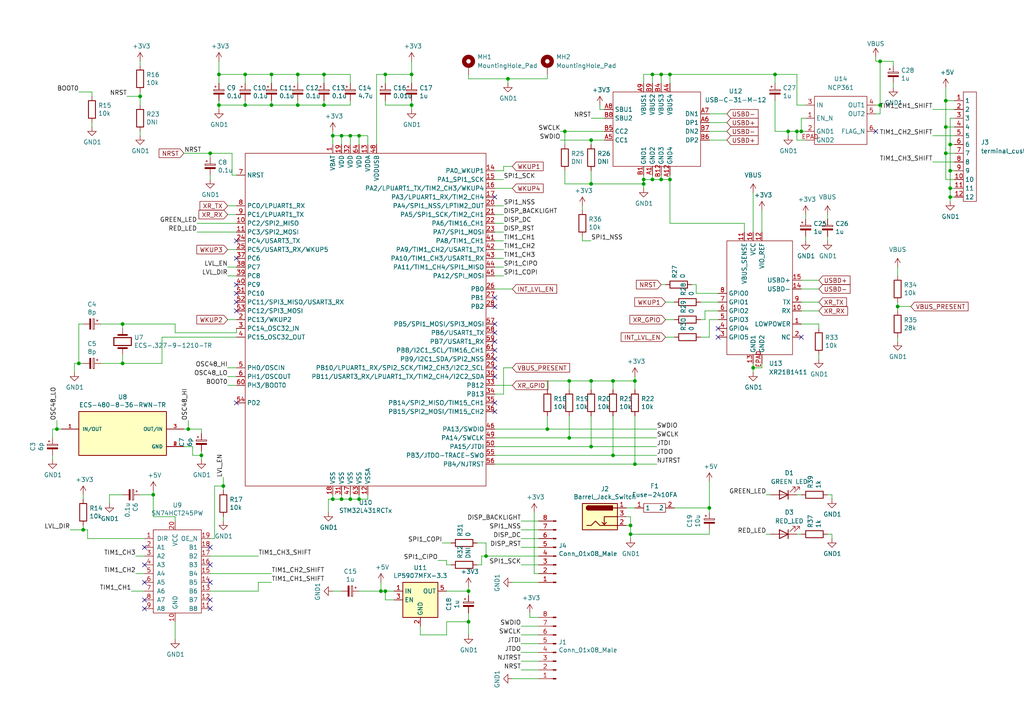
<source format=kicad_sch>
(kicad_sch (version 20230121) (generator eeschema)
  (paper "A4")
  (junction (at 99.06 144.78))
  (junction (at 275.59 41.91))
  (junction (at 191.77 52.07))
  (junction (at 104.14 144.78))
  (junction (at 35.56 93.98))
  (junction (at 255.27 17.78))
  (junction (at 93.98 30.48))
  (junction (at 184.15 110.49))
  (junction (at 111.76 21.59))
  (junction (at 86.36 30.48))
  (junction (at 182.88 152.4))
  (junction (at 165.1 110.49))
  (junction (at 171.45 110.49))
  (junction (at 58.42 132.08))
  (junction (at 140.97 161.29))
  (junction (at 96.52 39.37))
  (junction (at 184.15 134.62))
  (junction (at 147.32 22.86))
  (junction (at 274.32 44.45))
  (junction (at 194.31 52.07))
  (junction (at 205.74 147.32))
  (junction (at 274.32 29.21))
  (junction (at 24.13 153.67))
  (junction (at 71.12 30.48))
  (junction (at 101.6 39.37))
  (junction (at 171.45 40.64))
  (junction (at 44.45 143.51))
  (junction (at 158.75 124.46))
  (junction (at 96.52 144.78))
  (junction (at 60.96 44.45))
  (junction (at 191.77 21.59))
  (junction (at 171.45 129.54))
  (junction (at 111.76 171.45))
  (junction (at 40.64 27.94))
  (junction (at 135.89 171.45))
  (junction (at 275.59 54.61))
  (junction (at 119.38 30.48))
  (junction (at 16.51 124.46))
  (junction (at 186.69 53.34))
  (junction (at 63.5 30.48))
  (junction (at 177.8 110.49))
  (junction (at 104.14 39.37))
  (junction (at 35.56 105.41))
  (junction (at 228.6 38.1))
  (junction (at 275.59 57.15))
  (junction (at 119.38 21.59))
  (junction (at 182.88 154.94))
  (junction (at 186.69 52.07))
  (junction (at 171.45 53.34))
  (junction (at 78.74 21.59))
  (junction (at 78.74 30.48))
  (junction (at 64.77 140.97))
  (junction (at 86.36 21.59))
  (junction (at 274.32 36.83))
  (junction (at 177.8 132.08))
  (junction (at 93.98 21.59))
  (junction (at 163.83 38.1))
  (junction (at 194.31 21.59))
  (junction (at 231.14 38.1))
  (junction (at 218.44 106.68))
  (junction (at 22.86 105.41))
  (junction (at 232.41 38.1))
  (junction (at 63.5 21.59))
  (junction (at 71.12 21.59))
  (junction (at 260.35 88.9))
  (junction (at 255.27 30.48))
  (junction (at 135.89 180.34))
  (junction (at 110.49 171.45))
  (junction (at 224.79 21.59))
  (junction (at 189.23 21.59))
  (junction (at 165.1 127))
  (junction (at 101.6 144.78))
  (junction (at 189.23 52.07))
  (junction (at 54.61 124.46))
  (junction (at 99.06 39.37))
  (junction (at 275.59 49.53))
  (no_connect (at 143.51 88.9))
  (no_connect (at 68.58 69.85))
  (no_connect (at 60.96 176.53))
  (no_connect (at 68.58 116.84))
  (no_connect (at 68.58 87.63))
  (no_connect (at 143.51 106.68))
  (no_connect (at 68.58 74.93))
  (no_connect (at 41.91 158.75))
  (no_connect (at 143.51 86.36))
  (no_connect (at 143.51 119.38))
  (no_connect (at 41.91 173.99))
  (no_connect (at 143.51 57.15))
  (no_connect (at 143.51 96.52))
  (no_connect (at 41.91 168.91))
  (no_connect (at 60.96 158.75))
  (no_connect (at 143.51 109.22))
  (no_connect (at 232.41 97.79))
  (no_connect (at 208.28 97.79))
  (no_connect (at 254 38.1))
  (no_connect (at 41.91 163.83))
  (no_connect (at 143.51 99.06))
  (no_connect (at 68.58 82.55))
  (no_connect (at 143.51 101.6))
  (no_connect (at 41.91 176.53))
  (no_connect (at 143.51 116.84))
  (no_connect (at 68.58 85.09))
  (no_connect (at 68.58 90.17))
  (no_connect (at 143.51 93.98))
  (no_connect (at 208.28 95.25))
  (no_connect (at 60.96 168.91))
  (no_connect (at 143.51 104.14))
  (no_connect (at 60.96 173.99))
  (no_connect (at 60.96 163.83))
  (wire (pts (xy 158.75 110.49) (xy 165.1 110.49)))
  (wire (pts (xy 254 16.51) (xy 254 17.78)))
  (wire (pts (xy 86.36 30.48) (xy 86.36 29.21)))
  (wire (pts (xy 165.1 120.65) (xy 165.1 127)))
  (wire (pts (xy 231.14 154.94) (xy 232.41 154.94)))
  (wire (pts (xy 26.67 27.94) (xy 26.67 26.67)))
  (wire (pts (xy 17.78 124.46) (xy 16.51 124.46)))
  (wire (pts (xy 163.83 53.34) (xy 171.45 53.34)))
  (wire (pts (xy 177.8 132.08) (xy 190.5 132.08)))
  (wire (pts (xy 50.8 149.86) (xy 44.45 149.86)))
  (wire (pts (xy 143.51 114.3) (xy 146.05 114.3)))
  (wire (pts (xy 39.37 166.37) (xy 41.91 166.37)))
  (wire (pts (xy 259.08 19.05) (xy 259.08 17.78)))
  (wire (pts (xy 104.14 144.78) (xy 106.68 144.78)))
  (wire (pts (xy 68.58 50.8) (xy 67.31 50.8)))
  (wire (pts (xy 35.56 93.98) (xy 50.8 93.98)))
  (wire (pts (xy 186.69 21.59) (xy 186.69 24.13)))
  (wire (pts (xy 186.69 53.34) (xy 186.69 54.61)))
  (wire (pts (xy 270.51 31.75) (xy 276.86 31.75)))
  (wire (pts (xy 215.9 64.77) (xy 194.31 64.77)))
  (wire (pts (xy 254 30.48) (xy 255.27 30.48)))
  (wire (pts (xy 220.98 60.96) (xy 220.98 67.31)))
  (wire (pts (xy 64.77 151.13) (xy 64.77 149.86)))
  (wire (pts (xy 138.43 163.83) (xy 139.7 163.83)))
  (wire (pts (xy 78.74 30.48) (xy 78.74 29.21)))
  (wire (pts (xy 63.5 30.48) (xy 71.12 30.48)))
  (wire (pts (xy 233.68 68.58) (xy 233.68 69.85)))
  (wire (pts (xy 260.35 88.9) (xy 260.35 90.17)))
  (wire (pts (xy 231.14 30.48) (xy 233.68 30.48)))
  (wire (pts (xy 15.24 133.35) (xy 15.24 132.08)))
  (wire (pts (xy 31.75 146.05) (xy 31.75 143.51)))
  (wire (pts (xy 181.61 152.4) (xy 182.88 152.4)))
  (wire (pts (xy 40.64 27.94) (xy 40.64 30.48)))
  (wire (pts (xy 151.13 184.15) (xy 156.21 184.15)))
  (wire (pts (xy 233.68 38.1) (xy 232.41 38.1)))
  (wire (pts (xy 106.68 144.78) (xy 106.68 143.51)))
  (wire (pts (xy 101.6 144.78) (xy 101.6 143.51)))
  (wire (pts (xy 218.44 105.41) (xy 218.44 106.68)))
  (wire (pts (xy 119.38 24.13) (xy 119.38 21.59)))
  (wire (pts (xy 274.32 36.83) (xy 274.32 44.45)))
  (wire (pts (xy 240.03 143.51) (xy 241.3 143.51)))
  (wire (pts (xy 259.08 24.13) (xy 259.08 25.4)))
  (wire (pts (xy 148.59 54.61) (xy 143.51 54.61)))
  (wire (pts (xy 237.49 95.25) (xy 237.49 93.98)))
  (wire (pts (xy 151.13 151.13) (xy 156.21 151.13)))
  (wire (pts (xy 241.3 143.51) (xy 241.3 144.78)))
  (wire (pts (xy 275.59 34.29) (xy 275.59 41.91)))
  (wire (pts (xy 193.04 87.63) (xy 195.58 87.63)))
  (wire (pts (xy 143.51 83.82) (xy 148.59 83.82)))
  (wire (pts (xy 93.98 30.48) (xy 101.6 30.48)))
  (wire (pts (xy 86.36 21.59) (xy 93.98 21.59)))
  (wire (pts (xy 129.54 163.83) (xy 130.81 163.83)))
  (wire (pts (xy 78.74 24.13) (xy 78.74 21.59)))
  (wire (pts (xy 60.96 171.45) (xy 74.93 171.45)))
  (wire (pts (xy 205.74 92.71) (xy 208.28 92.71)))
  (wire (pts (xy 205.74 38.1) (xy 210.82 38.1)))
  (wire (pts (xy 101.6 39.37) (xy 99.06 39.37)))
  (wire (pts (xy 186.69 52.07) (xy 186.69 53.34)))
  (wire (pts (xy 96.52 39.37) (xy 96.52 38.1)))
  (wire (pts (xy 231.14 143.51) (xy 232.41 143.51)))
  (wire (pts (xy 232.41 83.82) (xy 237.49 83.82)))
  (wire (pts (xy 74.93 168.91) (xy 78.74 168.91)))
  (wire (pts (xy 40.64 39.37) (xy 40.64 38.1)))
  (wire (pts (xy 67.31 44.45) (xy 60.96 44.45)))
  (wire (pts (xy 129.54 162.56) (xy 129.54 163.83)))
  (wire (pts (xy 275.59 49.53) (xy 276.86 49.53)))
  (wire (pts (xy 148.59 111.76) (xy 143.51 111.76)))
  (wire (pts (xy 22.86 26.67) (xy 26.67 26.67)))
  (wire (pts (xy 274.32 29.21) (xy 276.86 29.21)))
  (wire (pts (xy 146.05 67.31) (xy 143.51 67.31)))
  (wire (pts (xy 25.4 156.21) (xy 41.91 156.21)))
  (wire (pts (xy 146.05 64.77) (xy 143.51 64.77)))
  (wire (pts (xy 255.27 33.02) (xy 254 33.02)))
  (wire (pts (xy 36.83 27.94) (xy 40.64 27.94)))
  (wire (pts (xy 129.54 180.34) (xy 135.89 180.34)))
  (wire (pts (xy 191.77 82.55) (xy 193.04 82.55)))
  (wire (pts (xy 54.61 121.92) (xy 54.61 124.46)))
  (wire (pts (xy 135.89 171.45) (xy 129.54 171.45)))
  (wire (pts (xy 218.44 55.88) (xy 218.44 67.31)))
  (wire (pts (xy 241.3 154.94) (xy 241.3 156.21)))
  (wire (pts (xy 111.76 21.59) (xy 111.76 24.13)))
  (wire (pts (xy 165.1 110.49) (xy 171.45 110.49)))
  (wire (pts (xy 63.5 30.48) (xy 63.5 31.75)))
  (wire (pts (xy 119.38 29.21) (xy 119.38 30.48)))
  (wire (pts (xy 111.76 171.45) (xy 110.49 171.45)))
  (wire (pts (xy 135.89 171.45) (xy 135.89 170.18)))
  (wire (pts (xy 101.6 41.91) (xy 101.6 39.37)))
  (wire (pts (xy 58.42 125.73) (xy 58.42 124.46)))
  (wire (pts (xy 135.89 180.34) (xy 135.89 177.8)))
  (wire (pts (xy 203.2 92.71) (xy 204.47 92.71)))
  (wire (pts (xy 66.04 109.22) (xy 68.58 109.22)))
  (wire (pts (xy 50.8 96.52) (xy 68.58 96.52)))
  (wire (pts (xy 104.14 41.91) (xy 104.14 39.37)))
  (wire (pts (xy 58.42 132.08) (xy 58.42 130.81)))
  (wire (pts (xy 111.76 173.99) (xy 111.76 171.45)))
  (wire (pts (xy 146.05 72.39) (xy 143.51 72.39)))
  (wire (pts (xy 128.27 157.48) (xy 130.81 157.48)))
  (wire (pts (xy 71.12 30.48) (xy 71.12 29.21)))
  (wire (pts (xy 16.51 121.92) (xy 16.51 124.46)))
  (wire (pts (xy 101.6 21.59) (xy 93.98 21.59)))
  (wire (pts (xy 275.59 57.15) (xy 275.59 54.61)))
  (wire (pts (xy 96.52 144.78) (xy 99.06 144.78)))
  (wire (pts (xy 231.14 40.64) (xy 231.14 38.1)))
  (wire (pts (xy 22.86 93.98) (xy 24.13 93.98)))
  (wire (pts (xy 135.89 22.86) (xy 147.32 22.86)))
  (wire (pts (xy 182.88 154.94) (xy 182.88 156.21)))
  (wire (pts (xy 224.79 21.59) (xy 224.79 24.13)))
  (wire (pts (xy 189.23 52.07) (xy 191.77 52.07)))
  (wire (pts (xy 240.03 154.94) (xy 241.3 154.94)))
  (wire (pts (xy 232.41 38.1) (xy 231.14 38.1)))
  (wire (pts (xy 222.25 143.51) (xy 223.52 143.51)))
  (wire (pts (xy 143.51 124.46) (xy 158.75 124.46)))
  (wire (pts (xy 228.6 38.1) (xy 228.6 39.37)))
  (wire (pts (xy 135.89 172.72) (xy 135.89 171.45)))
  (wire (pts (xy 173.99 31.75) (xy 173.99 30.48)))
  (wire (pts (xy 58.42 124.46) (xy 54.61 124.46)))
  (wire (pts (xy 121.92 184.15) (xy 129.54 184.15)))
  (wire (pts (xy 66.04 106.68) (xy 68.58 106.68)))
  (wire (pts (xy 39.37 161.29) (xy 41.91 161.29)))
  (wire (pts (xy 203.2 97.79) (xy 205.74 97.79)))
  (wire (pts (xy 200.66 82.55) (xy 201.93 82.55)))
  (wire (pts (xy 110.49 168.91) (xy 110.49 171.45)))
  (wire (pts (xy 204.47 92.71) (xy 204.47 90.17)))
  (wire (pts (xy 154.94 166.37) (xy 154.94 148.59)))
  (wire (pts (xy 96.52 171.45) (xy 99.06 171.45)))
  (wire (pts (xy 93.98 29.21) (xy 93.98 30.48)))
  (wire (pts (xy 111.76 21.59) (xy 119.38 21.59)))
  (wire (pts (xy 143.51 59.69) (xy 146.05 59.69)))
  (wire (pts (xy 151.13 163.83) (xy 156.21 163.83)))
  (wire (pts (xy 205.74 154.94) (xy 205.74 153.67)))
  (wire (pts (xy 57.15 67.31) (xy 68.58 67.31)))
  (wire (pts (xy 135.89 21.59) (xy 135.89 22.86)))
  (wire (pts (xy 96.52 144.78) (xy 96.52 143.51)))
  (wire (pts (xy 29.21 105.41) (xy 35.56 105.41)))
  (wire (pts (xy 119.38 31.75) (xy 119.38 30.48)))
  (wire (pts (xy 158.75 22.86) (xy 147.32 22.86)))
  (wire (pts (xy 50.8 151.13) (xy 50.8 149.86)))
  (wire (pts (xy 15.24 124.46) (xy 15.24 127)))
  (wire (pts (xy 222.25 154.94) (xy 223.52 154.94)))
  (wire (pts (xy 57.15 64.77) (xy 68.58 64.77)))
  (wire (pts (xy 63.5 21.59) (xy 63.5 17.78)))
  (wire (pts (xy 44.45 143.51) (xy 40.64 143.51)))
  (wire (pts (xy 63.5 24.13) (xy 63.5 21.59)))
  (wire (pts (xy 259.08 17.78) (xy 255.27 17.78)))
  (wire (pts (xy 143.51 62.23) (xy 146.05 62.23)))
  (wire (pts (xy 63.5 29.21) (xy 63.5 30.48)))
  (wire (pts (xy 101.6 144.78) (xy 104.14 144.78)))
  (wire (pts (xy 191.77 21.59) (xy 189.23 21.59)))
  (wire (pts (xy 62.23 140.97) (xy 62.23 156.21)))
  (wire (pts (xy 99.06 144.78) (xy 101.6 144.78)))
  (wire (pts (xy 158.75 21.59) (xy 158.75 22.86)))
  (wire (pts (xy 171.45 110.49) (xy 171.45 113.03)))
  (wire (pts (xy 71.12 30.48) (xy 78.74 30.48)))
  (wire (pts (xy 64.77 138.43) (xy 64.77 140.97)))
  (wire (pts (xy 151.13 191.77) (xy 156.21 191.77)))
  (wire (pts (xy 270.51 46.99) (xy 276.86 46.99)))
  (wire (pts (xy 66.04 59.69) (xy 68.58 59.69)))
  (wire (pts (xy 168.91 59.69) (xy 168.91 60.96)))
  (wire (pts (xy 71.12 21.59) (xy 78.74 21.59)))
  (wire (pts (xy 274.32 29.21) (xy 274.32 25.4)))
  (wire (pts (xy 224.79 29.21) (xy 224.79 38.1)))
  (wire (pts (xy 205.74 35.56) (xy 210.82 35.56)))
  (wire (pts (xy 232.41 87.63) (xy 237.49 87.63)))
  (wire (pts (xy 177.8 110.49) (xy 171.45 110.49)))
  (wire (pts (xy 275.59 58.42) (xy 275.59 57.15)))
  (wire (pts (xy 25.4 153.67) (xy 24.13 153.67)))
  (wire (pts (xy 24.13 144.78) (xy 24.13 143.51)))
  (wire (pts (xy 189.23 50.8) (xy 189.23 52.07)))
  (wire (pts (xy 182.88 154.94) (xy 205.74 154.94)))
  (wire (pts (xy 186.69 52.07) (xy 189.23 52.07)))
  (wire (pts (xy 260.35 88.9) (xy 264.16 88.9)))
  (wire (pts (xy 182.88 152.4) (xy 182.88 154.94)))
  (wire (pts (xy 156.21 179.07) (xy 153.67 179.07)))
  (wire (pts (xy 143.51 134.62) (xy 184.15 134.62)))
  (wire (pts (xy 194.31 64.77) (xy 194.31 52.07)))
  (wire (pts (xy 260.35 97.79) (xy 260.35 99.06)))
  (wire (pts (xy 171.45 49.53) (xy 171.45 53.34)))
  (wire (pts (xy 22.86 105.41) (xy 24.13 105.41)))
  (wire (pts (xy 154.94 166.37) (xy 156.21 166.37)))
  (wire (pts (xy 66.04 111.76) (xy 68.58 111.76)))
  (wire (pts (xy 274.32 44.45) (xy 276.86 44.45)))
  (wire (pts (xy 215.9 67.31) (xy 215.9 64.77)))
  (wire (pts (xy 205.74 33.02) (xy 210.82 33.02)))
  (wire (pts (xy 35.56 102.87) (xy 35.56 105.41)))
  (wire (pts (xy 237.49 102.87) (xy 237.49 104.14)))
  (wire (pts (xy 143.51 52.07) (xy 146.05 52.07)))
  (wire (pts (xy 114.3 171.45) (xy 111.76 171.45)))
  (wire (pts (xy 194.31 24.13) (xy 194.31 21.59)))
  (wire (pts (xy 63.5 21.59) (xy 71.12 21.59)))
  (wire (pts (xy 129.54 184.15) (xy 129.54 180.34)))
  (wire (pts (xy 275.59 57.15) (xy 276.86 57.15)))
  (wire (pts (xy 146.05 48.26) (xy 148.59 48.26)))
  (wire (pts (xy 151.13 189.23) (xy 156.21 189.23)))
  (wire (pts (xy 40.64 19.05) (xy 40.64 17.78)))
  (wire (pts (xy 177.8 113.03) (xy 177.8 110.49)))
  (wire (pts (xy 22.86 105.41) (xy 22.86 93.98)))
  (wire (pts (xy 119.38 21.59) (xy 119.38 17.78)))
  (wire (pts (xy 101.6 29.21) (xy 101.6 30.48)))
  (wire (pts (xy 220.98 106.68) (xy 220.98 105.41)))
  (wire (pts (xy 255.27 30.48) (xy 255.27 33.02)))
  (wire (pts (xy 53.34 129.54) (xy 55.88 129.54)))
  (wire (pts (xy 274.32 36.83) (xy 276.86 36.83)))
  (wire (pts (xy 53.34 44.45) (xy 60.96 44.45)))
  (wire (pts (xy 54.61 124.46) (xy 53.34 124.46)))
  (wire (pts (xy 139.7 163.83) (xy 139.7 161.29)))
  (wire (pts (xy 156.21 168.91) (xy 148.59 168.91)))
  (wire (pts (xy 171.45 129.54) (xy 171.45 120.65)))
  (wire (pts (xy 111.76 29.21) (xy 111.76 30.48)))
  (wire (pts (xy 191.77 24.13) (xy 191.77 21.59)))
  (wire (pts (xy 224.79 38.1) (xy 228.6 38.1)))
  (wire (pts (xy 78.74 21.59) (xy 86.36 21.59)))
  (wire (pts (xy 151.13 186.69) (xy 156.21 186.69)))
  (wire (pts (xy 40.64 27.94) (xy 40.64 26.67)))
  (wire (pts (xy 68.58 96.52) (xy 68.58 95.25)))
  (wire (pts (xy 274.32 36.83) (xy 274.32 29.21)))
  (wire (pts (xy 151.13 181.61) (xy 156.21 181.61)))
  (wire (pts (xy 218.44 106.68) (xy 218.44 107.95)))
  (wire (pts (xy 146.05 114.3) (xy 146.05 106.68)))
  (wire (pts (xy 184.15 113.03) (xy 184.15 110.49)))
  (wire (pts (xy 55.88 129.54) (xy 55.88 132.08)))
  (wire (pts (xy 35.56 143.51) (xy 31.75 143.51)))
  (wire (pts (xy 205.74 40.64) (xy 210.82 40.64)))
  (wire (pts (xy 50.8 185.42) (xy 50.8 180.34)))
  (wire (pts (xy 35.56 95.25) (xy 35.56 93.98)))
  (wire (pts (xy 182.88 149.86) (xy 181.61 149.86)))
  (wire (pts (xy 184.15 134.62) (xy 184.15 120.65)))
  (wire (pts (xy 182.88 152.4) (xy 182.88 149.86)))
  (wire (pts (xy 186.69 50.8) (xy 186.69 52.07)))
  (wire (pts (xy 114.3 173.99) (xy 111.76 173.99)))
  (wire (pts (xy 255.27 17.78) (xy 254 17.78)))
  (wire (pts (xy 146.05 74.93) (xy 143.51 74.93)))
  (wire (pts (xy 231.14 21.59) (xy 231.14 30.48)))
  (wire (pts (xy 109.22 21.59) (xy 111.76 21.59)))
  (wire (pts (xy 177.8 110.49) (xy 184.15 110.49)))
  (wire (pts (xy 177.8 132.08) (xy 143.51 132.08)))
  (wire (pts (xy 127 162.56) (xy 129.54 162.56)))
  (wire (pts (xy 189.23 21.59) (xy 186.69 21.59)))
  (wire (pts (xy 60.96 166.37) (xy 78.74 166.37)))
  (wire (pts (xy 156.21 196.85) (xy 148.59 196.85)))
  (wire (pts (xy 143.51 129.54) (xy 171.45 129.54)))
  (wire (pts (xy 16.51 124.46) (xy 15.24 124.46)))
  (wire (pts (xy 163.83 49.53) (xy 163.83 53.34)))
  (wire (pts (xy 95.25 148.59) (xy 95.25 144.78)))
  (wire (pts (xy 168.91 69.85) (xy 171.45 69.85)))
  (wire (pts (xy 104.14 39.37) (xy 101.6 39.37)))
  (wire (pts (xy 20.32 153.67) (xy 24.13 153.67)))
  (wire (pts (xy 175.26 31.75) (xy 173.99 31.75)))
  (wire (pts (xy 106.68 41.91) (xy 106.68 39.37)))
  (wire (pts (xy 151.13 156.21) (xy 156.21 156.21)))
  (wire (pts (xy 194.31 21.59) (xy 224.79 21.59)))
  (wire (pts (xy 121.92 181.61) (xy 121.92 184.15)))
  (wire (pts (xy 99.06 39.37) (xy 96.52 39.37)))
  (wire (pts (xy 96.52 41.91) (xy 96.52 39.37)))
  (wire (pts (xy 60.96 45.72) (xy 60.96 44.45)))
  (wire (pts (xy 158.75 124.46) (xy 190.5 124.46)))
  (wire (pts (xy 205.74 139.7) (xy 205.74 147.32)))
  (wire (pts (xy 101.6 24.13) (xy 101.6 21.59)))
  (wire (pts (xy 139.7 161.29) (xy 140.97 161.29)))
  (wire (pts (xy 29.21 93.98) (xy 35.56 93.98)))
  (wire (pts (xy 109.22 21.59) (xy 109.22 41.91)))
  (wire (pts (xy 275.59 54.61) (xy 276.86 54.61)))
  (wire (pts (xy 193.04 92.71) (xy 195.58 92.71)))
  (wire (pts (xy 21.59 105.41) (xy 22.86 105.41)))
  (wire (pts (xy 25.4 156.21) (xy 25.4 153.67)))
  (wire (pts (xy 119.38 30.48) (xy 111.76 30.48)))
  (wire (pts (xy 146.05 77.47) (xy 143.51 77.47)))
  (wire (pts (xy 163.83 38.1) (xy 163.83 41.91)))
  (wire (pts (xy 233.68 34.29) (xy 232.41 34.29)))
  (wire (pts (xy 165.1 127) (xy 143.51 127)))
  (wire (pts (xy 275.59 49.53) (xy 275.59 41.91)))
  (wire (pts (xy 93.98 21.59) (xy 93.98 24.13)))
  (wire (pts (xy 46.99 105.41) (xy 35.56 105.41)))
  (wire (pts (xy 260.35 77.47) (xy 260.35 80.01)))
  (wire (pts (xy 255.27 17.78) (xy 255.27 30.48)))
  (wire (pts (xy 66.04 92.71) (xy 68.58 92.71)))
  (wire (pts (xy 135.89 180.34) (xy 135.89 184.15)))
  (wire (pts (xy 104.14 143.51) (xy 104.14 144.78)))
  (wire (pts (xy 143.51 49.53) (xy 146.05 49.53)))
  (wire (pts (xy 26.67 36.83) (xy 26.67 35.56)))
  (wire (pts (xy 99.06 143.51) (xy 99.06 144.78)))
  (wire (pts (xy 233.68 40.64) (xy 231.14 40.64)))
  (wire (pts (xy 181.61 147.32) (xy 184.15 147.32)))
  (wire (pts (xy 233.68 62.23) (xy 233.68 63.5)))
  (wire (pts (xy 184.15 134.62) (xy 190.5 134.62)))
  (wire (pts (xy 168.91 68.58) (xy 168.91 69.85)))
  (wire (pts (xy 86.36 24.13) (xy 86.36 21.59)))
  (wire (pts (xy 140.97 157.48) (xy 140.97 161.29)))
  (wire (pts (xy 151.13 158.75) (xy 156.21 158.75)))
  (wire (pts (xy 58.42 133.35) (xy 58.42 132.08)))
  (wire (pts (xy 68.58 97.79) (xy 46.99 97.79)))
  (wire (pts (xy 184.15 110.49) (xy 184.15 109.22)))
  (wire (pts (xy 232.41 34.29) (xy 232.41 38.1)))
  (wire (pts (xy 147.32 22.86) (xy 147.32 24.13)))
  (wire (pts (xy 270.51 39.37) (xy 276.86 39.37)))
  (wire (pts (xy 99.06 41.91) (xy 99.06 39.37)))
  (wire (pts (xy 38.1 171.45) (xy 41.91 171.45)))
  (wire (pts (xy 232.41 81.28) (xy 237.49 81.28)))
  (wire (pts (xy 138.43 157.48) (xy 140.97 157.48)))
  (wire (pts (xy 66.04 62.23) (xy 68.58 62.23)))
  (wire (pts (xy 44.45 142.24) (xy 44.45 143.51)))
  (wire (pts (xy 171.45 40.64) (xy 175.26 40.64)))
  (wire (pts (xy 162.56 38.1) (xy 163.83 38.1)))
  (wire (pts (xy 24.13 153.67) (xy 24.13 152.4)))
  (wire (pts (xy 203.2 87.63) (xy 208.28 87.63)))
  (wire (pts (xy 275.59 54.61) (xy 275.59 49.53)))
  (wire (pts (xy 95.25 144.78) (xy 96.52 144.78)))
  (wire (pts (xy 64.77 140.97) (xy 62.23 140.97)))
  (wire (pts (xy 232.41 90.17) (xy 237.49 90.17)))
  (wire (pts (xy 60.96 161.29) (xy 74.93 161.29)))
  (wire (pts (xy 275.59 41.91) (xy 276.86 41.91)))
  (wire (pts (xy 218.44 106.68) (xy 220.98 106.68)))
  (wire (pts (xy 66.04 80.01) (xy 68.58 80.01)))
  (wire (pts (xy 78.74 30.48) (xy 86.36 30.48)))
  (wire (pts (xy 231.14 38.1) (xy 228.6 38.1)))
  (wire (pts (xy 50.8 93.98) (xy 50.8 96.52)))
  (wire (pts (xy 146.05 69.85) (xy 143.51 69.85)))
  (wire (pts (xy 110.49 171.45) (xy 104.14 171.45)))
  (wire (pts (xy 171.45 34.29) (xy 175.26 34.29)))
  (wire (pts (xy 55.88 132.08) (xy 58.42 132.08)))
  (wire (pts (xy 158.75 124.46) (xy 158.75 120.65)))
  (wire (pts (xy 276.86 52.07) (xy 274.32 52.07)))
  (wire (pts (xy 274.32 52.07) (xy 274.32 44.45)))
  (wire (pts (xy 201.93 82.55) (xy 201.93 85.09)))
  (wire (pts (xy 195.58 147.32) (xy 205.74 147.32)))
  (wire (pts (xy 189.23 24.13) (xy 189.23 21.59)))
  (wire (pts (xy 191.77 52.07) (xy 194.31 52.07)))
  (wire (pts (xy 93.98 30.48) (xy 86.36 30.48)))
  (wire (pts (xy 177.8 132.08) (xy 177.8 120.65)))
  (wire (pts (xy 67.31 50.8) (xy 67.31 44.45)))
  (wire (pts (xy 276.86 34.29) (xy 275.59 34.29)))
  (wire (pts (xy 60.96 52.07) (xy 60.96 50.8)))
  (wire (pts (xy 194.31 50.8) (xy 194.31 52.07)))
  (wire (pts (xy 175.26 38.1) (xy 163.83 38.1)))
  (wire (pts (xy 158.75 113.03) (xy 158.75 110.49)))
  (wire (pts (xy 194.31 21.59) (xy 191.77 21.59)))
  (wire (pts (xy 237.49 93.98) (xy 232.41 93.98)))
  (wire (pts (xy 205.74 147.32) (xy 205.74 148.59)))
  (wire (pts (xy 171.45 53.34) (xy 186.69 53.34)))
  (wire (pts (xy 106.68 39.37) (xy 104.14 39.37)))
  (wire (pts (xy 21.59 107.95) (xy 21.59 105.41)))
  (wire (pts (xy 66.04 77.47) (xy 68.58 77.47)))
  (wire (pts (xy 66.04 72.39) (xy 68.58 72.39)))
  (wire (pts (xy 224.79 21.59) (xy 231.14 21.59)))
  (wire (pts (xy 165.1 127) (xy 190.5 127)))
  (wire (pts (xy 146.05 106.68) (xy 148.59 106.68)))
  (wire (pts (xy 151.13 194.31) (xy 156.21 194.31)))
  (wire (pts (xy 162.56 40.64) (xy 171.45 40.64)))
  (wire (pts (xy 193.04 97.79) (xy 195.58 97.79)))
  (wire (pts (xy 260.35 87.63) (xy 260.35 88.9)))
  (wire (pts (xy 204.47 90.17) (xy 208.28 90.17)))
  (wire (pts (xy 240.03 68.58) (xy 240.03 69.85)))
  (wire (pts (xy 71.12 24.13) (xy 71.12 21.59)))
  (wire (pts (xy 240.03 62.23) (xy 240.03 63.5)))
  (wire (pts (xy 146.05 80.01) (xy 143.51 80.01)))
  (wire (pts (xy 201.93 85.09) (xy 208.28 85.09)))
  (wire (pts (xy 62.23 156.21) (xy 60.96 156.21)))
  (wire (pts (xy 146.05 49.53) (xy 146.05 48.26)))
  (wire (pts (xy 205.74 97.79) (xy 205.74 92.71)))
  (wire (pts (xy 153.67 179.07) (xy 153.67 177.8)))
  (wire (pts (xy 151.13 153.67) (xy 156.21 153.67)))
  (wire (pts (xy 165.1 113.03) (xy 165.1 110.49)))
  (wire (pts (xy 46.99 97.79) (xy 46.99 105.41)))
  (wire (pts (xy 171.45 41.91) (xy 171.45 40.64)))
  (wire (pts (xy 171.45 129.54) (xy 190.5 129.54)))
  (wire (pts (xy 44.45 149.86) (xy 44.45 143.51)))
  (wire (pts (xy 140.97 161.29) (xy 156.21 161.29)))
  (wire (pts (xy 74.93 171.45) (xy 74.93 168.91)))
  (wire (pts (xy 191.77 50.8) (xy 191.77 52.07)))
  (wire (pts (xy 64.77 142.24) (xy 64.77 140.97)))
  (label "DISP_RST" (at 146.05 67.31 0))
  (label "TIM1_CH3_SHIFT" (at 74.93 161.29 0))
  (label "SPI1_CIPO" (at 146.05 77.47 0))
  (label "NRST" (at 36.83 27.94 180))
  (label "SPI1_SCK" (at 146.05 52.07 0))
  (label "SWCLK" (at 151.13 184.15 180))
  (label "TIM1_CH1_SHIFT" (at 78.74 168.91 0))
  (label "TIM1_CH2_SHIFT" (at 270.51 39.37 180))
  (label "LVL_EN" (at 64.77 138.43 90))
  (label "TIM1_CH3" (at 146.05 74.93 0))
  (label "SWDIO" (at 151.13 181.61 180))
  (label "NJTRST" (at 151.13 191.77 180))
  (label "TIM1_CH2_SHIFT" (at 78.74 166.37 0))
  (label "NRST" (at 171.45 34.29 180))
  (label "SPI1_NSS" (at 146.05 59.69 0))
  (label "NRST" (at 151.13 194.31 180))
  (label "DISP_BACKLIGHT" (at 146.05 62.23 0))
  (label "JTDO" (at 151.13 189.23 180))
  (label "RED_LED" (at 57.15 67.31 180))
  (label "NJTRST" (at 190.5 134.62 0))
  (label "GREEN_LED" (at 57.15 64.77 180))
  (label "OSC48_HI" (at 54.61 121.92 90))
  (label "SPI1_SCK" (at 151.13 163.83 180))
  (label "OSC48_HI" (at 66.04 106.68 180))
  (label "JTDI" (at 151.13 186.69 180))
  (label "TIM1_CH3_SHIFT" (at 270.51 46.99 180))
  (label "TIM1_CH3" (at 39.37 161.29 180))
  (label "GREEN_LED" (at 222.25 143.51 180))
  (label "OSC48_LO" (at 16.51 121.92 90))
  (label "JTDO" (at 190.5 132.08 0))
  (label "SPI1_COPI" (at 128.27 157.48 180))
  (label "BOOT0" (at 66.04 111.76 180))
  (label "TIM1_CH2" (at 146.05 72.39 0))
  (label "SWCLK" (at 162.56 38.1 180))
  (label "SWCLK" (at 190.5 127 0))
  (label "DISP_DC" (at 151.13 156.21 180))
  (label "SPI1_CIPO" (at 127 162.56 180))
  (label "TIM1_CH1" (at 38.1 171.45 180))
  (label "JTDI" (at 190.5 129.54 0))
  (label "SPI1_NSS" (at 151.13 153.67 180))
  (label "SPI1_COPI" (at 146.05 80.01 0))
  (label "RED_LED" (at 222.25 154.94 180))
  (label "LVL_EN" (at 66.04 77.47 180))
  (label "SPI1_NSS" (at 171.45 69.85 0))
  (label "SWDIO" (at 162.56 40.64 180))
  (label "DISP_RST" (at 151.13 158.75 180))
  (label "TIM1_CH1_SHIFT" (at 270.51 31.75 180))
  (label "DISP_DC" (at 146.05 64.77 0))
  (label "OSC48_LO" (at 66.04 109.22 180))
  (label "SWDIO" (at 190.5 124.46 0))
  (label "TIM1_CH2" (at 39.37 166.37 180))
  (label "BOOT0" (at 22.86 26.67 180))
  (label "LVL_DIR" (at 20.32 153.67 180))
  (label "NRST" (at 58.42 44.45 180))
  (label "LVL_DIR" (at 66.04 80.01 180))
  (label "TIM1_CH1" (at 146.05 69.85 0))
  (label "DISP_BACKLIGHT" (at 151.13 151.13 180))
  (global_label "USBD+" (shape input) (at 237.49 81.28 0) (property "Intersheetrefs" "${INTERSHEET_REFS}" (effects hide)))
  (global_label "XR_RX" (shape input) (at 66.04 62.23 180) (property "Intersheetrefs" "${INTERSHEET_REFS}" (effects hide)))
  (global_label "WKUP1" (shape input) (at 148.59 48.26 0) (property "Intersheetrefs" "${INTERSHEET_REFS}" (effects hide)))
  (global_label "USBD-" (shape input) (at 237.49 83.82 0) (property "Intersheetrefs" "${INTERSHEET_REFS}" (effects hide)))
  (global_label "NRST" (shape input) (at 191.77 82.55 180) (property "Intersheetrefs" "${INTERSHEET_REFS}" (effects hide)))
  (global_label "XR_GPIO" (shape input) (at 148.59 111.76 0) (property "Intersheetrefs" "${INTERSHEET_REFS}" (effects hide)))
  (global_label "INT_LVL_EN" (shape input) (at 193.04 97.79 180) (property "Intersheetrefs" "${INTERSHEET_REFS}" (effects hide)))
  (global_label "VBUS_PRESENT" (shape input) (at 264.16 88.9 0) (property "Intersheetrefs" "${INTERSHEET_REFS}" (effects hide)))
  (global_label "USBD+" (shape input) (at 210.82 35.56 0) (property "Intersheetrefs" "${INTERSHEET_REFS}" (effects hide)))
  (global_label "USBD-" (shape input) (at 210.82 38.1 0) (property "Intersheetrefs" "${INTERSHEET_REFS}" (effects hide)))
  (global_label "USBD+" (shape input) (at 210.82 40.64 0) (property "Intersheetrefs" "${INTERSHEET_REFS}" (effects hide)))
  (global_label "XR_TX" (shape input) (at 237.49 87.63 0) (property "Intersheetrefs" "${INTERSHEET_REFS}" (effects hide)))
  (global_label "XR_RX" (shape input) (at 237.49 90.17 0) (property "Intersheetrefs" "${INTERSHEET_REFS}" (effects hide)))
  (global_label "NRST" (shape input) (at 53.34 44.45 180) (property "Intersheetrefs" "${INTERSHEET_REFS}" (effects hide)))
  (global_label "WKUP3" (shape input) (at 66.04 72.39 180) (property "Intersheetrefs" "${INTERSHEET_REFS}" (effects hide)))
  (global_label "USBD-" (shape input) (at 210.82 33.02 0) (property "Intersheetrefs" "${INTERSHEET_REFS}" (effects hide)))
  (global_label "INT_LVL_EN" (shape input) (at 148.59 83.82 0) (property "Intersheetrefs" "${INTERSHEET_REFS}" (effects hide)))
  (global_label "WKUP4" (shape input) (at 148.59 54.61 0) (property "Intersheetrefs" "${INTERSHEET_REFS}" (effects hide)))
  (global_label "WKUP1" (shape input) (at 193.04 87.63 180) (property "Intersheetrefs" "${INTERSHEET_REFS}" (effects hide)))
  (global_label "XR_GPIO" (shape input) (at 193.04 92.71 180) (property "Intersheetrefs" "${INTERSHEET_REFS}" (effects hide)))
  (global_label "WKUP2" (shape input) (at 66.04 92.71 180) (property "Intersheetrefs" "${INTERSHEET_REFS}" (effects hide)))
  (global_label "VBUS_PRESENT" (shape input) (at 148.59 106.68 0) (property "Intersheetrefs" "${INTERSHEET_REFS}" (effects hide)))
  (global_label "XR_TX" (shape input) (at 66.04 59.69 180) (property "Intersheetrefs" "${INTERSHEET_REFS}" (effects hide)))
  (symbol (lib_id "power:+5V") (at 274.32 25.4 0) (unit 1)
    (property "Reference" "#PWR0132" (effects hide))
    (property "Value" "+5V" (at 274.701 21.0058 0))
  )
  (symbol (lib_id "power:GND1") (at 275.59 58.42 0) (unit 1)
    (property "Reference" "#PWR0133" (effects hide))
    (property "Value" "GND1" (at 275.717 62.8142 0))
  )
  (symbol (lib_id "spudglo_driver_v3p1-rescue:+3.3V-power") (at 24.13 143.51 0) (unit 1)
    (property "Reference" "#PWR0117" (effects hide))
    (property "Value" "+3.3V" (at 24.511 139.1158 0))
  )
  (symbol (lib_id "Device:LED") (at 227.33 154.94 180) (unit 1)
    (property "Reference" "D3" (at 228.9175 148.59 0))
    (property "Value" "RED_LED" (at 228.9175 151.13 0))
    (property "Footprint" "LED_SMD:LED_0402_1005Metric_Pad0.77x0.64mm_HandSolder" (effects hide))
    (property "Datasheet" "16-213/SDRC/S530-A3/TR8 (https://jlcpcb.com/partdetail/EverlightElec-16_213_SDRC_S530_A3TR8/C71911)" (effects hide))
  )
  (symbol (lib_id "spudglo_driver_v3p1-rescue:STM32L431RCTx-MCU_ST_STM32L4") (at 80.01 71.12 0) (unit 1)
    (property "Reference" "U10" (at 106.045 145.7706 0))
    (property "Value" "STM32L431RCTx" (at 106.045 148.082 0))
    (property "Footprint" "Package_QFP:LQFP-64_10x10mm_P0.5mm" (effects hide))
    (property "Datasheet" "http://www.st.com/st-web-ui/static/active/en/resource/technical/document/datasheet/DM00257211.pdf" (effects hide))
  )
  (symbol (lib_id "Device:R") (at 24.13 148.59 0) (unit 1)
    (property "Reference" "R14" (at 25.908 147.4216 0) (effects (justify left)))
    (property "Value" "10k" (at 25.908 149.733 0) (effects (justify left)))
    (property "Footprint" "Resistor_SMD:R_0603_1608Metric_Pad0.98x0.95mm_HandSolder" (effects hide))
  )
  (symbol (lib_id "Device:R") (at 171.45 116.84 0) (unit 1)
    (property "Reference" "R20" (at 173.228 115.6716 0) (effects (justify left)))
    (property "Value" "10k" (at 173.228 117.983 0) (effects (justify left)))
    (property "Footprint" "Resistor_SMD:R_0603_1608Metric_Pad0.98x0.95mm_HandSolder" (effects hide))
  )
  (symbol (lib_id "spudglo_driver_v3p1-rescue:CP_Small-Device") (at 63.5 26.67 0) (unit 1)
    (property "Reference" "C9" (at 65.7352 25.5016 0) (effects (justify left)))
    (property "Value" "0.1u" (at 65.7352 27.813 0) (effects (justify left)))
    (property "Footprint" "Capacitor_SMD:C_0603_1608Metric_Pad1.08x0.95mm_HandSolder" (effects hide))
  )
  (symbol (lib_id "Device:R") (at 260.35 83.82 0) (unit 1)
    (property "Reference" "R34" (at 262.128 82.6516 0) (effects (justify left)))
    (property "Value" "10k" (at 262.128 84.963 0) (effects (justify left)))
    (property "Footprint" "Resistor_SMD:R_0603_1608Metric_Pad0.98x0.95mm_HandSolder" (effects hide))
  )
  (symbol (lib_id "srw_custom:USB-C-31-M-12") (at 177.8 26.67 0) (unit 1)
    (property "Reference" "U12" (at 213.36 26.4412 0))
    (property "Value" "USB-C-31-M-12" (at 213.36 28.9812 0))
    (property "Footprint" "Connector_USB:USB_C_Receptacle_HRO_TYPE-C-31-M-12" (effects hide))
  )
  (symbol (lib_id "power:+5V") (at 110.49 168.91 0) (unit 1)
    (property "Reference" "#PWR0145" (effects hide))
    (property "Value" "+5V" (at 110.871 164.5158 0))
  )
  (symbol (lib_id "spudglo_driver_v3p1-rescue:CP_Small-Device") (at 101.6 26.67 0) (unit 1)
    (property "Reference" "C14" (at 103.8352 25.5016 0) (effects (justify left)))
    (property "Value" "4.7u" (at 103.8352 27.813 0) (effects (justify left)))
    (property "Footprint" "Capacitor_SMD:C_0603_1608Metric_Pad1.08x0.95mm_HandSolder" (effects hide))
  )
  (symbol (lib_id "Device:R") (at 199.39 92.71 90) (unit 1)
    (property "Reference" "R29" (at 198.2216 90.932 0) (effects (justify left)))
    (property "Value" "0" (at 200.533 90.932 0) (effects (justify left)))
    (property "Footprint" "Resistor_SMD:R_0603_1608Metric_Pad0.98x0.95mm_HandSolder" (effects hide))
  )
  (symbol (lib_id "power:GND1") (at 240.03 69.85 0) (unit 1)
    (property "Reference" "#PWR014" (effects hide))
    (property "Value" "GND1" (at 240.157 74.2442 0))
  )
  (symbol (lib_id "power:GND1") (at 63.5 31.75 0) (unit 1)
    (property "Reference" "#PWR0128" (effects hide))
    (property "Value" "GND1" (at 63.627 36.1442 0))
  )
  (symbol (lib_id "spudglo_driver_v3p1-rescue:CP_Small-Device") (at 224.79 26.67 0) (unit 1)
    (property "Reference" "C27" (at 227.0252 25.5016 0) (effects (justify left)))
    (property "Value" "1u" (at 227.0252 27.813 0) (effects (justify left)))
    (property "Footprint" "Capacitor_SMD:C_0603_1608Metric_Pad1.08x0.95mm_HandSolder" (effects hide))
  )
  (symbol (lib_id "Device:R") (at 184.15 116.84 0) (unit 1)
    (property "Reference" "R22" (at 185.928 115.6716 0) (effects (justify left)))
    (property "Value" "10k" (at 185.928 117.983 0) (effects (justify left)))
    (property "Footprint" "Resistor_SMD:R_0603_1608Metric_Pad0.98x0.95mm_HandSolder" (effects hide))
  )
  (symbol (lib_id "Connector:Barrel_Jack_Switch") (at 173.99 149.86 0) (unit 1)
    (property "Reference" "J2" (at 175.4378 141.8082 0))
    (property "Value" "Barrel_Jack_Switch" (at 175.4378 144.1196 0))
    (property "Footprint" "Connector_BarrelJack:BarrelJack_Wuerth_6941xx301002" (effects hide))
  )
  (symbol (lib_id "Device:R") (at 163.83 45.72 0) (unit 1)
    (property "Reference" "R25" (at 165.608 44.5516 0) (effects (justify left)))
    (property "Value" "DNI" (at 165.608 46.863 0) (effects (justify left)))
    (property "Footprint" "Resistor_SMD:R_0603_1608Metric_Pad0.98x0.95mm_HandSolder" (effects hide))
  )
  (symbol (lib_id "spudglo_driver_v3p1-rescue:+3.3V-power") (at 153.67 177.8 0) (unit 1)
    (property "Reference" "#PWR0141" (effects hide))
    (property "Value" "+3.3V" (at 154.051 173.4058 0))
  )
  (symbol (lib_id "power:GND1") (at 260.35 99.06 0) (unit 1)
    (property "Reference" "#PWR0147" (effects hide))
    (property "Value" "GND1" (at 260.477 103.4542 0))
  )
  (symbol (lib_id "Connector:Conn_01x08_Male") (at 161.29 161.29 180) (unit 1)
    (property "Reference" "J4" (at 162.0012 158.2928 0) (effects (justify right)))
    (property "Value" "Conn_01x08_Male" (at 162.0012 160.6042 0) (effects (justify right)))
    (property "Footprint" "Connector_PinHeader_2.54mm:PinHeader_1x08_P2.54mm_Vertical" (effects hide))
  )
  (symbol (lib_id "Device:R") (at 40.64 22.86 0) (unit 1)
    (property "Reference" "R16" (at 42.418 21.6916 0) (effects (justify left)))
    (property "Value" "10k" (at 42.418 24.003 0) (effects (justify left)))
    (property "Footprint" "Resistor_SMD:R_0603_1608Metric_Pad0.98x0.95mm_HandSolder" (effects hide))
  )
  (symbol (lib_id "power:GND1") (at 26.67 36.83 0) (unit 1)
    (property "Reference" "#PWR0126" (effects hide))
    (property "Value" "GND1" (at 26.797 41.2242 0))
  )
  (symbol (lib_id "spudglo_driver_v3p1-rescue:CP_Small-Device") (at 93.98 26.67 0) (unit 1)
    (property "Reference" "C13" (at 96.2152 25.5016 0) (effects (justify left)))
    (property "Value" "0.1u" (at 96.2152 27.813 0) (effects (justify left)))
    (property "Footprint" "Capacitor_SMD:C_0603_1608Metric_Pad1.08x0.95mm_HandSolder" (effects hide))
  )
  (symbol (lib_id "Device:R") (at 40.64 34.29 0) (unit 1)
    (property "Reference" "R23" (at 42.418 33.1216 0) (effects (justify left)))
    (property "Value" "DNI" (at 42.418 35.433 0) (effects (justify left)))
    (property "Footprint" "Resistor_SMD:R_0603_1608Metric_Pad0.98x0.95mm_HandSolder" (effects hide))
  )
  (symbol (lib_id "power:GND1") (at 241.3 144.78 0) (unit 1)
    (property "Reference" "#PWR012" (effects hide))
    (property "Value" "GND1" (at 241.427 149.1742 0))
  )
  (symbol (lib_id "spudglo_driver_v3p1-rescue:CP_Small-Device") (at 26.67 93.98 270) (unit 1)
    (property "Reference" "C4" (at 26.67 88.265 90))
    (property "Value" "8p" (at 26.67 90.5764 90))
    (property "Footprint" "Capacitor_SMD:C_0603_1608Metric_Pad1.08x0.95mm_HandSolder" (effects hide))
  )
  (symbol (lib_id "power:GND1") (at 58.42 133.35 0) (unit 1)
    (property "Reference" "#PWR0119" (effects hide))
    (property "Value" "GND1" (at 58.547 137.7442 0))
  )
  (symbol (lib_id "spudglo_driver_v3p1-rescue:CP_Small-Device") (at 233.68 66.04 0) (unit 1)
    (property "Reference" "C25" (at 235.9152 64.8716 0) (effects (justify left)))
    (property "Value" "1u" (at 235.9152 67.183 0) (effects (justify left)))
    (property "Footprint" "Capacitor_SMD:C_0603_1608Metric_Pad1.08x0.95mm_HandSolder" (effects hide))
  )
  (symbol (lib_id "Device:R") (at 199.39 87.63 90) (unit 1)
    (property "Reference" "R28" (at 198.2216 85.852 0) (effects (justify left)))
    (property "Value" "0" (at 200.533 85.852 0) (effects (justify left)))
    (property "Footprint" "Resistor_SMD:R_0603_1608Metric_Pad0.98x0.95mm_HandSolder" (effects hide))
  )
  (symbol (lib_id "power:GND1") (at 21.59 107.95 0) (unit 1)
    (property "Reference" "#PWR0120" (effects hide))
    (property "Value" "GND1" (at 21.717 112.3442 0))
  )
  (symbol (lib_id "Device:R") (at 237.49 99.06 0) (unit 1)
    (property "Reference" "R33" (at 239.268 97.8916 0) (effects (justify left)))
    (property "Value" "10k" (at 239.268 100.203 0) (effects (justify left)))
    (property "Footprint" "Resistor_SMD:R_0603_1608Metric_Pad0.98x0.95mm_HandSolder" (effects hide))
  )
  (symbol (lib_id "Device:R") (at 199.39 97.79 90) (unit 1)
    (property "Reference" "R30" (at 198.2216 96.012 0) (effects (justify left)))
    (property "Value" "0" (at 200.533 96.012 0) (effects (justify left)))
    (property "Footprint" "Resistor_SMD:R_0603_1608Metric_Pad0.98x0.95mm_HandSolder" (effects hide))
  )
  (symbol (lib_id "spudglo_driver_v3p1-rescue:+3.3V-power") (at 40.64 17.78 0) (unit 1)
    (property "Reference" "#PWR0127" (effects hide))
    (property "Value" "+3.3V" (at 41.021 13.3858 0))
  )
  (symbol (lib_id "Device:R") (at 196.85 82.55 90) (unit 1)
    (property "Reference" "R27" (at 195.6816 80.772 0) (effects (justify left)))
    (property "Value" "0" (at 197.993 80.772 0) (effects (justify left)))
    (property "Footprint" "Resistor_SMD:R_0603_1608Metric_Pad0.98x0.95mm_HandSolder" (effects hide))
  )
  (symbol (lib_id "power:GND1") (at 96.52 171.45 270) (unit 1)
    (property "Reference" "#PWR0139" (effects hide))
    (property "Value" "GND1" (at 92.1258 171.577 0))
  )
  (symbol (lib_id "Regulator_Linear:LP5907MFX-3.3") (at 121.92 173.99 0) (unit 1)
    (property "Reference" "U11" (at 121.92 164.6682 0))
    (property "Value" "LP5907MFX-3.3" (at 121.92 166.9796 0))
    (property "Footprint" "Package_TO_SOT_SMD:SOT-23-5" (effects hide))
    (property "Datasheet" "http://www.ti.com/lit/ds/symlink/lp5907.pdf" (effects hide))
  )
  (symbol (lib_id "power:GND1") (at 135.89 184.15 0) (unit 1)
    (property "Reference" "#PWR0142" (effects hide))
    (property "Value" "GND1" (at 136.017 188.5442 0))
  )
  (symbol (lib_id "spudglo_driver_v3p1-rescue:CP_Small-Device") (at 135.89 175.26 0) (unit 1)
    (property "Reference" "C18" (at 130.175 175.26 90))
    (property "Value" "1u" (at 132.4864 175.26 90))
    (property "Footprint" "Capacitor_SMD:C_0603_1608Metric_Pad1.08x0.95mm_HandSolder" (effects hide))
  )
  (symbol (lib_id "power:GND1") (at 148.59 168.91 270) (unit 1)
    (property "Reference" "#PWR01" (effects hide))
    (property "Value" "GND1" (at 144.1958 169.037 0))
  )
  (symbol (lib_id "power:VBUS") (at 254 16.51 0) (unit 1)
    (property "Reference" "#PWR0149" (effects hide))
    (property "Value" "VBUS" (at 254 12.7 0))
  )
  (symbol (lib_id "power:GND1") (at 50.8 185.42 0) (unit 1)
    (property "Reference" "#PWR0137" (effects hide))
    (property "Value" "GND1" (at 50.927 189.8142 0))
  )
  (symbol (lib_id "Device:LED") (at 227.33 143.51 180) (unit 1)
    (property "Reference" "D1" (at 228.9175 137.16 0))
    (property "Value" "GREEN LED" (at 228.9175 139.7 0))
    (property "Footprint" "LED_SMD:LED_0402_1005Metric_Pad0.77x0.64mm_HandSolder" (effects hide))
    (property "Datasheet" "https://jlcpcb.com/partdetail/EverlightElec-16_213SYGC_S530_E3TR8/C264408" (effects hide))
  )
  (symbol (lib_id "power:VBUS") (at 218.44 55.88 0) (unit 1)
    (property "Reference" "#PWR0151" (effects hide))
    (property "Value" "VBUS" (at 218.44 50.8 0))
  )
  (symbol (lib_id "Device:R") (at 158.75 116.84 0) (unit 1)
    (property "Reference" "R18" (at 160.528 115.6716 0) (effects (justify left)))
    (property "Value" "10k" (at 160.528 117.983 0) (effects (justify left)))
    (property "Footprint" "Resistor_SMD:R_0603_1608Metric_Pad0.98x0.95mm_HandSolder" (effects hide))
  )
  (symbol (lib_id "spudglo_driver_v3p1-rescue:CP_Small-Device") (at 78.74 26.67 0) (unit 1)
    (property "Reference" "C11" (at 80.9752 25.5016 0) (effects (justify left)))
    (property "Value" "0.1u" (at 80.9752 27.813 0) (effects (justify left)))
    (property "Footprint" "Capacitor_SMD:C_0603_1608Metric_Pad1.08x0.95mm_HandSolder" (effects hide))
  )
  (symbol (lib_id "power:GND1") (at 228.6 39.37 0) (unit 1)
    (property "Reference" "#PWR0150" (effects hide))
    (property "Value" "GND1" (at 228.727 43.7642 0))
  )
  (symbol (lib_id "power:GND1") (at 40.64 39.37 0) (unit 1)
    (property "Reference" "#PWR0124" (effects hide))
    (property "Value" "GND1" (at 40.767 43.7642 0))
  )
  (symbol (lib_id "spudglo_driver_v3p1-rescue:+3.3V-power") (at 168.91 59.69 0) (unit 1)
    (property "Reference" "#PWR03" (effects hide))
    (property "Value" "+3.3V" (at 169.291 55.2958 0))
  )
  (symbol (lib_id "Mechanical:MountingHole_Pad") (at 158.75 19.05 0) (unit 1)
    (property "Reference" "MH2" (at 161.29 16.5099 0) (effects (justify left)))
    (property "Value" "MountingHole_Pad" (at 161.29 19.0499 0) (effects (justify left)))
    (property "Footprint" "MountingHole:MountingHole_3mm" (effects hide))
  )
  (symbol (lib_id "spudglo_driver_v3p1-rescue:+3.3V-power") (at 184.15 109.22 0) (unit 1)
    (property "Reference" "#PWR0130" (effects hide))
    (property "Value" "+3.3V" (at 184.531 104.8258 0))
  )
  (symbol (lib_id "Mechanical:MountingHole_Pad") (at 135.89 19.05 0) (unit 1)
    (property "Reference" "MH1" (at 138.43 16.5099 0) (effects (justify left)))
    (property "Value" "MountingHole_Pad" (at 138.43 19.0499 0) (effects (justify left)))
    (property "Footprint" "MountingHole:MountingHole_3mm" (effects hide))
  )
  (symbol (lib_id "Device:Crystal") (at 35.56 99.06 270) (unit 1)
    (property "Reference" "U7" (at 38.8874 97.8916 90) (effects (justify left)))
    (property "Value" "ECS-.327-9-1210-TR" (at 38.8874 100.203 90) (effects (justify left)))
    (property "Footprint" "ECS-:XTAL_ECS-.327-9-1210-TR" (effects hide))
  )
  (symbol (lib_id "spudglo_driver_v3p1-rescue:CP_Small-Device") (at 71.12 26.67 0) (unit 1)
    (property "Reference" "C10" (at 73.3552 25.5016 0) (effects (justify left)))
    (property "Value" "0.1u" (at 73.3552 27.813 0) (effects (justify left)))
    (property "Footprint" "Capacitor_SMD:C_0603_1608Metric_Pad1.08x0.95mm_HandSolder" (effects hide))
  )
  (symbol (lib_id "spudglo_driver_v3p1-rescue:+3.3V-power") (at 173.99 30.48 0) (unit 1)
    (property "Reference" "#PWR05" (effects hide))
    (property "Value" "+3.3V" (at 174.371 26.0858 0))
  )
  (symbol (lib_id "srw_custom:terminal_custom_12pin") (at 279.4 24.13 0) (unit 1)
    (property "Reference" "J3" (at 284.48 41.2749 0) (effects (justify left)))
    (property "Value" "terminal_custom_12pin" (at 284.48 43.8149 0) (effects (justify left)))
    (property "Footprint" "srw_custom:1984714" (effects hide))
  )
  (symbol (lib_id "spudglo_driver_v3p1-rescue:ECS-480-8-36-RWN-TR-ECS-480-8-36-RWN-TR") (at 35.56 127 0) (unit 1)
    (property "Reference" "U8" (at 35.56 115.1382 0))
    (property "Value" "ECS-480-8-36-RWN-TR" (at 35.56 117.4496 0))
    (property "Footprint" "XTAL_ECS-480-8-36-RWN-TR" (effects hide))
    (property "MF" "ECS INC" (effects hide))
    (property "DESCRIPTION" "The minature ECX-2236 is a compact SMD Crystal. The industry standard 2.5 x 2.0 x 0.55 mm ceramic package is ideal for today’s SMD manufacturing environment." (effects hide))
    (property "STANDARD" "Manufacturer Recommendation" (effects hide))
    (property "MP" "ECX-2236" (effects hide))
    (property "PACKAGE" "SMD-4 ECX" (effects hide))
    (property "AVAILABILITY" "Good" (effects hide))
    (property "PARTREV" "2017" (effects hide))
  )
  (symbol (lib_id "spudglo_driver_v3p1-rescue:CP_Small-Device") (at 86.36 26.67 0) (unit 1)
    (property "Reference" "C12" (at 88.5952 25.5016 0) (effects (justify left)))
    (property "Value" "0.1u" (at 88.5952 27.813 0) (effects (justify left)))
    (property "Footprint" "Capacitor_SMD:C_0603_1608Metric_Pad1.08x0.95mm_HandSolder" (effects hide))
  )
  (symbol (lib_id "power:GND1") (at 119.38 31.75 0) (unit 1)
    (property "Reference" "#PWR0121" (effects hide))
    (property "Value" "GND1" (at 119.507 36.1442 0))
  )
  (symbol (lib_id "Connector:Conn_01x08_Male") (at 161.29 189.23 180) (unit 1)
    (property "Reference" "J1" (at 162.0012 186.2328 0) (effects (justify right)))
    (property "Value" "Conn_01x08_Male" (at 162.0012 188.5442 0) (effects (justify right)))
    (property "Footprint" "Connector_PinHeader_2.54mm:PinHeader_2x04_P2.54mm_Vertical" (effects hide))
  )
  (symbol (lib_id "Device:R") (at 177.8 116.84 0) (unit 1)
    (property "Reference" "R21" (at 179.578 115.6716 0) (effects (justify left)))
    (property "Value" "10k" (at 179.578 117.983 0) (effects (justify left)))
    (property "Footprint" "Resistor_SMD:R_0603_1608Metric_Pad0.98x0.95mm_HandSolder" (effects hide))
  )
  (symbol (lib_id "power:+5V") (at 44.45 142.24 0) (unit 1)
    (property "Reference" "#PWR0118" (effects hide))
    (property "Value" "+5V" (at 44.831 137.8458 0))
  )
  (symbol (lib_name "NCP361_1") (lib_id "srw_custom:NCP361") (at 236.22 27.94 0) (unit 1)
    (property "Reference" "U14" (at 243.84 22.86 0))
    (property "Value" "NCP361" (at 243.84 25.4 0))
    (property "Footprint" "srw_custom:NCP361" (effects hide))
  )
  (symbol (lib_id "Device:R") (at 168.91 64.77 0) (unit 1)
    (property "Reference" "R36" (at 170.688 63.6016 0) (effects (justify left)))
    (property "Value" "10k" (at 170.688 65.913 0) (effects (justify left)))
    (property "Footprint" "Resistor_SMD:R_0603_1608Metric_Pad0.98x0.95mm_HandSolder" (effects hide))
  )
  (symbol (lib_id "spudglo_driver_v3p1-rescue:+3.3V-power") (at 119.38 17.78 0) (unit 1)
    (property "Reference" "#PWR0122" (effects hide))
    (property "Value" "+3.3V" (at 119.761 13.3858 0))
  )
  (symbol (lib_id "Device:R") (at 171.45 45.72 0) (unit 1)
    (property "Reference" "R26" (at 173.228 44.5516 0) (effects (justify left)))
    (property "Value" "DNI" (at 173.228 46.863 0) (effects (justify left)))
    (property "Footprint" "Resistor_SMD:R_0603_1608Metric_Pad0.98x0.95mm_HandSolder" (effects hide))
  )
  (symbol (lib_id "Device:R") (at 64.77 146.05 0) (unit 1)
    (property "Reference" "R17" (at 66.548 144.8816 0) (effects (justify left)))
    (property "Value" "10k" (at 66.548 147.193 0) (effects (justify left)))
    (property "Footprint" "Resistor_SMD:R_0603_1608Metric_Pad0.98x0.95mm_HandSolder" (effects hide))
  )
  (symbol (lib_id "power:GND1") (at 31.75 146.05 0) (unit 1)
    (property "Reference" "#PWR0135" (effects hide))
    (property "Value" "GND1" (at 31.877 150.4442 0))
  )
  (symbol (lib_id "spudglo_driver_v3p1-rescue:CP_Small-Device") (at 60.96 48.26 0) (unit 1)
    (property "Reference" "C8" (at 63.1952 47.0916 0) (effects (justify left)))
    (property "Value" "0.1u" (at 63.1952 49.403 0) (effects (justify left)))
    (property "Footprint" "Capacitor_SMD:C_0603_1608Metric_Pad1.08x0.95mm_HandSolder" (effects hide))
  )
  (symbol (lib_id "power:GND1") (at 259.08 25.4 0) (unit 1)
    (property "Reference" "#PWR0148" (effects hide))
    (property "Value" "GND1" (at 259.207 29.7942 0))
  )
  (symbol (lib_id "Device:R") (at 134.62 157.48 90) (unit 1)
    (property "Reference" "R31" (at 133.4516 155.702 0) (effects (justify left)))
    (property "Value" "0" (at 135.763 155.702 0) (effects (justify left)))
    (property "Footprint" "Resistor_SMD:R_0603_1608Metric_Pad0.98x0.95mm_HandSolder" (effects hide))
  )
  (symbol (lib_id "spudglo_driver_v3p1-rescue:CP_Small-Device") (at 259.08 21.59 0) (unit 1)
    (property "Reference" "C28" (at 261.3152 20.4216 0) (effects (justify left)))
    (property "Value" "1u" (at 261.3152 22.733 0) (effects (justify left)))
    (property "Footprint" "Capacitor_SMD:C_0603_1608Metric_Pad1.08x0.95mm_HandSolder" (effects hide))
  )
  (symbol (lib_name "XR21B1411_1") (lib_id "srw_custom:XR21B1411") (at 210.82 69.85 0) (unit 1)
    (property "Reference" "U13" (at 222.9994 105.41 0) (effects (justify left)))
    (property "Value" "XR21B1411" (at 222.9994 107.95 0) (effects (justify left)))
    (property "Footprint" "srw_custom:XR21B1411" (effects hide))
  )
  (symbol (lib_id "power:GND1") (at 64.77 151.13 0) (unit 1)
    (property "Reference" "#PWR0138" (effects hide))
    (property "Value" "GND1" (at 64.897 155.5242 0))
  )
  (symbol (lib_id "Device:R") (at 236.22 154.94 90) (unit 1)
    (property "Reference" "R37" (at 235.0516 153.162 0) (effects (justify left)))
    (property "Value" "1k" (at 237.363 153.162 0) (effects (justify left)))
    (property "Footprint" "Resistor_SMD:R_0402_1005Metric" (effects hide))
    (instances (project "spudglo_driver_v4p3" (path "" (reference "R37") (unit 1))) (project "mn_wild_siren_micro" (path "" (reference "R399") (unit 1))))
  )
  (symbol (lib_id "spudglo_driver_v3p1-rescue:+3.3V-power") (at 96.52 38.1 0) (unit 1)
    (property "Reference" "#PWR0123" (effects hide))
    (property "Value" "+3.3V" (at 96.901 33.7058 0))
  )
  (symbol (lib_id "power:GND1") (at 182.88 156.21 0) (unit 1)
    (property "Reference" "#PWR0134" (effects hide))
    (property "Value" "GND1" (at 183.007 160.6042 0))
  )
  (symbol (lib_id "power:+5V") (at 205.74 139.7 0) (unit 1)
    (property "Reference" "#PWR0131" (effects hide))
    (property "Value" "+5V" (at 206.121 135.3058 0))
  )
  (symbol (lib_id "power:GND1") (at 218.44 107.95 0) (unit 1)
    (property "Reference" "#PWR08" (effects hide))
    (property "Value" "GND1" (at 218.567 112.3442 0))
  )
  (symbol (lib_id "power:GND1") (at 241.3 156.21 0) (unit 1)
    (property "Reference" "#PWR012" (effects hide))
    (property "Value" "GND1" (at 241.427 160.6042 0))
  )
  (symbol (lib_id "power:VBUS") (at 260.35 77.47 0) (unit 1)
    (property "Reference" "#PWR0146" (effects hide))
    (property "Value" "VBUS" (at 260.35 72.39 0))
  )
  (symbol (lib_id "Device:R") (at 26.67 31.75 0) (unit 1)
    (property "Reference" "R15" (at 28.448 30.5816 0) (effects (justify left)))
    (property "Value" "10k" (at 28.448 32.893 0) (effects (justify left)))
    (property "Footprint" "Resistor_SMD:R_0603_1608Metric_Pad0.98x0.95mm_HandSolder" (effects hide))
  )
  (symbol (lib_id "spudglo_driver_v3p1-rescue:CP_Small-Device") (at 119.38 26.67 0) (unit 1)
    (property "Reference" "C17" (at 121.6152 25.5016 0) (effects (justify left)))
    (property "Value" "1u" (at 121.6152 27.813 0) (effects (justify left)))
    (property "Footprint" "Capacitor_SMD:C_0603_1608Metric_Pad1.08x0.95mm_HandSolder" (effects hide))
  )
  (symbol (lib_id "spudglo_driver_v3p1-rescue:CP_Small-Device") (at 38.1 143.51 270) (unit 1)
    (property "Reference" "C6" (at 39.2684 145.7452 0) (effects (justify left)))
    (property "Value" "0.1u" (at 36.957 145.7452 0) (effects (justify left)))
    (property "Footprint" "Capacitor_SMD:C_0603_1608Metric_Pad1.08x0.95mm_HandSolder" (effects hide))
  )
  (symbol (lib_id "Device:R") (at 165.1 116.84 0) (unit 1)
    (property "Reference" "R19" (at 166.878 115.6716 0) (effects (justify left)))
    (property "Value" "10k" (at 166.878 117.983 0) (effects (justify left)))
    (property "Footprint" "Resistor_SMD:R_0603_1608Metric_Pad0.98x0.95mm_HandSolder" (effects hide))
  )
  (symbol (lib_id "power:GND1") (at 148.59 196.85 270) (unit 1)
    (property "Reference" "#PWR0144" (effects hide))
    (property "Value" "GND1" (at 144.1958 196.977 0))
  )
  (symbol (lib_id "spudglo_driver_v3p1-rescue:CP_Small-Device") (at 15.24 129.54 0) (unit 1)
    (property "Reference" "C3" (at 9.525 129.54 90))
    (property "Value" "6p" (at 11.8364 129.54 90))
    (property "Footprint" "Capacitor_SMD:C_0603_1608Metric_Pad1.08x0.95mm_HandSolder" (effects hide))
  )
  (symbol (lib_id "power:GND1") (at 237.49 104.14 0) (unit 1)
    (property "Reference" "#PWR012" (effects hide))
    (property "Value" "GND1" (at 237.617 108.5342 0))
  )
  (symbol (lib_id "srw_custom:Fuse-2410FA") (at 186.69 143.51 0) (unit 1)
    (property "Reference" "F1" (at 189.865 140.97 0))
    (property "Value" "Fuse-2410FA" (at 189.865 143.51 0))
    (property "Footprint" "srw_custom:2410FA" (effects hide))
  )
  (symbol (lib_id "spudglo_driver_v3p1-rescue:CP_Small-Device") (at 111.76 26.67 0) (unit 1)
    (property "Reference" "C16" (at 113.9952 25.5016 0) (effects (justify left)))
    (property "Value" "0.01u" (at 113.9952 27.813 0) (effects (justify left)))
    (property "Footprint" "Capacitor_SMD:C_0603_1608Metric_Pad1.08x0.95mm_HandSolder" (effects hide))
  )
  (symbol (lib_id "spudglo_driver_v3p1-rescue:+3.3V-power") (at 135.89 170.18 0) (unit 1)
    (property "Reference" "#PWR0143" (effects hide))
    (property "Value" "+3.3V" (at 136.271 165.7858 0))
  )
  (symbol (lib_id "power:GND1") (at 15.24 133.35 0) (unit 1)
    (property "Reference" "#PWR0136" (effects hide))
    (property "Value" "GND1" (at 15.367 137.7442 0))
  )
  (symbol (lib_id "power:GND1") (at 233.68 69.85 0) (unit 1)
    (property "Reference" "#PWR011" (effects hide))
    (property "Value" "GND1" (at 233.807 74.2442 0))
  )
  (symbol (lib_id "spudglo_driver_v3p1-rescue:+3.3V-power") (at 63.5 17.78 0) (unit 1)
    (property "Reference" "#PWR0129" (effects hide))
    (property "Value" "+3.3V" (at 63.881 13.3858 0))
  )
  (symbol (lib_id "spudglo_driver_v3p1-rescue:+3.3V-power") (at 220.98 60.96 0) (unit 1)
    (property "Reference" "#PWR09" (effects hide))
    (property "Value" "+3.3V" (at 221.361 56.5658 0))
  )
  (symbol (lib_id "spudglo_driver_v3p1-rescue:CP_Small-Device") (at 205.74 151.13 0) (unit 1)
    (property "Reference" "C19" (at 200.025 151.13 90))
    (property "Value" "10u" (at 202.3364 151.13 90))
    (property "Footprint" "Capacitor_SMD:C_0603_1608Metric_Pad1.08x0.95mm_HandSolder" (effects hide))
  )
  (symbol (lib_id "Device:R") (at 260.35 93.98 0) (unit 1)
    (property "Reference" "R35" (at 262.128 92.8116 0) (effects (justify left)))
    (property "Value" "28k" (at 262.128 95.123 0) (effects (justify left)))
    (property "Footprint" "Resistor_SMD:R_0603_1608Metric_Pad0.98x0.95mm_HandSolder" (effects hide))
  )
  (symbol (lib_id "power:GND1") (at 95.25 148.59 0) (unit 1)
    (property "Reference" "#PWR0140" (effects hide))
    (property "Value" "GND1" (at 95.377 152.9842 0))
  )
  (symbol (lib_id "power:VBUS") (at 240.03 62.23 0) (unit 1)
    (property "Reference" "#PWR0152" (effects hide))
    (property "Value" "VBUS" (at 240.03 57.15 0))
  )
  (symbol (lib_id "spudglo_driver_v3p1-rescue:CP_Small-Device") (at 26.67 105.41 270) (unit 1)
    (property "Reference" "C5" (at 26.67 99.695 90))
    (property "Value" "8p" (at 26.67 102.0064 90))
    (property "Footprint" "Capacitor_SMD:C_0603_1608Metric_Pad1.08x0.95mm_HandSolder" (effects hide))
  )
  (symbol (lib_id "Device:R") (at 134.62 163.83 90) (unit 1)
    (property "Reference" "R32" (at 133.4516 162.052 0) (effects (justify left)))
    (property "Value" "DNI" (at 135.763 162.052 0) (effects (justify left)))
    (property "Footprint" "Resistor_SMD:R_0603_1608Metric_Pad0.98x0.95mm_HandSolder" (effects hide))
  )
  (symbol (lib_id "spudglo_driver_v3p1-rescue:SN74HCT245PW-srw_custom") (at 44.45 153.67 0) (unit 1)
    (property "Reference" "U9" (at 51.435 146.5326 0))
    (property "Value" "SN74HCT245PW" (at 51.435 148.844 0))
    (property "Footprint" "Package_SO:TSSOP-20_4.4x6.5mm_P0.65mm" (effects hide))
  )
  (symbol (lib_id "power:GND1") (at 60.96 52.07 0) (unit 1)
    (property "Reference" "#PWR0125" (effects hide))
    (property "Value" "GND1" (at 61.087 56.4642 0))
  )
  (symbol (lib_id "spudglo_driver_v3p1-rescue:CP_Small-Device") (at 101.6 171.45 270) (unit 1)
    (property "Reference" "C15" (at 101.6 165.735 90))
    (property "Value" "1u" (at 101.6 168.0464 90))
    (property "Footprint" "Capacitor_SMD:C_0603_1608Metric_Pad1.08x0.95mm_HandSolder" (effects hide))
  )
  (symbol (lib_id "Device:R") (at 236.22 143.51 90) (unit 1)
    (property "Reference" "R39" (at 235.0516 141.732 0) (effects (justify left)))
    (property "Value" "1k" (at 237.363 141.732 0) (effects (justify left)))
    (property "Footprint" "Resistor_SMD:R_0402_1005Metric" (effects hide))
    (instances (project "spudglo_driver_v4p3" (path "" (reference "R39") (unit 1))) (project "mn_wild_siren_micro" (path "" (reference "R399") (unit 1))))
  )
  (symbol (lib_id "spudglo_driver_v3p1-rescue:CP_Small-Device") (at 58.42 128.27 0) (unit 1)
    (property "Reference" "C7" (at 52.705 128.27 90))
    (property "Value" "6p" (at 55.0164 128.27 90))
    (property "Footprint" "Capacitor_SMD:C_0603_1608Metric_Pad1.08x0.95mm_HandSolder" (effects hide))
  )
  (symbol (lib_id "power:GND1") (at 186.69 54.61 0) (unit 1)
    (property "Reference" "#PWR04" (effects hide))
    (property "Value" "GND1" (at 186.817 59.0042 0))
  )
  (symbol (lib_id "spudglo_driver_v3p1-rescue:+3.3V-power") (at 154.94 148.59 0) (unit 1)
    (property "Reference" "#PWR02" (effects hide))
    (property "Value" "+3.3V" (at 155.321 144.1958 0))
  )
  (symbol (lib_id "power:GND1") (at 147.32 24.13 0) (unit 1)
    (property "Reference" "#PWR0153" (effects hide))
    (property "Value" "GND1" (at 147.447 28.5242 0))
  )
  (symbol (lib_id "spudglo_driver_v3p1-rescue:+3.3V-power") (at 233.68 62.23 0) (unit 1)
    (property "Reference" "#PWR010" (effects hide))
    (property "Value" "+3.3V" (at 234.061 57.8358 0))
  )
  (symbol (lib_id "spudglo_driver_v3p1-rescue:CP_Small-Device") (at 240.03 66.04 0) (unit 1)
    (property "Reference" "C26" (at 242.2652 64.8716 0) (effects (justify left)))
    (property "Value" "1u" (at 242.2652 67.183 0) (effects (justify left)))
    (property "Footprint" "Capacitor_SMD:C_0603_1608Metric_Pad1.08x0.95mm_HandSolder" (effects hide))
  )
)
</source>
